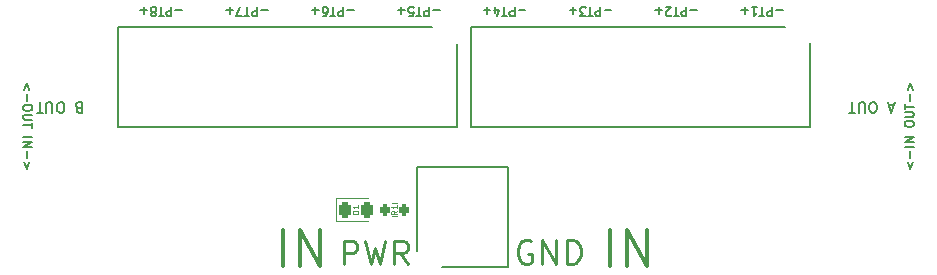
<source format=gto>
G04 #@! TF.GenerationSoftware,KiCad,Pcbnew,7.0.7*
G04 #@! TF.CreationDate,2023-09-04T23:56:59-07:00*
G04 #@! TF.ProjectId,PT Board Ground Systems V1.1,50542042-6f61-4726-9420-47726f756e64,rev?*
G04 #@! TF.SameCoordinates,Original*
G04 #@! TF.FileFunction,Legend,Top*
G04 #@! TF.FilePolarity,Positive*
%FSLAX46Y46*%
G04 Gerber Fmt 4.6, Leading zero omitted, Abs format (unit mm)*
G04 Created by KiCad (PCBNEW 7.0.7) date 2023-09-04 23:56:59*
%MOMM*%
%LPD*%
G01*
G04 APERTURE LIST*
G04 Aperture macros list*
%AMRoundRect*
0 Rectangle with rounded corners*
0 $1 Rounding radius*
0 $2 $3 $4 $5 $6 $7 $8 $9 X,Y pos of 4 corners*
0 Add a 4 corners polygon primitive as box body*
4,1,4,$2,$3,$4,$5,$6,$7,$8,$9,$2,$3,0*
0 Add four circle primitives for the rounded corners*
1,1,$1+$1,$2,$3*
1,1,$1+$1,$4,$5*
1,1,$1+$1,$6,$7*
1,1,$1+$1,$8,$9*
0 Add four rect primitives between the rounded corners*
20,1,$1+$1,$2,$3,$4,$5,0*
20,1,$1+$1,$4,$5,$6,$7,0*
20,1,$1+$1,$6,$7,$8,$9,0*
20,1,$1+$1,$8,$9,$2,$3,0*%
G04 Aperture macros list end*
%ADD10C,0.150000*%
%ADD11C,0.250000*%
%ADD12C,0.300000*%
%ADD13C,0.200000*%
%ADD14C,0.100000*%
%ADD15C,0.120000*%
%ADD16R,2.025000X2.025000*%
%ADD17C,2.025000*%
%ADD18C,3.600000*%
%ADD19C,5.600000*%
%ADD20RoundRect,0.200000X-0.200000X-0.275000X0.200000X-0.275000X0.200000X0.275000X-0.200000X0.275000X0*%
%ADD21RoundRect,0.243750X-0.243750X-0.456250X0.243750X-0.456250X0.243750X0.456250X-0.243750X0.456250X0*%
G04 APERTURE END LIST*
D10*
X53869284Y-26186550D02*
X53297856Y-26186550D01*
X52940713Y-25900835D02*
X52940713Y-26650835D01*
X52940713Y-26650835D02*
X52654999Y-26650835D01*
X52654999Y-26650835D02*
X52583570Y-26615121D01*
X52583570Y-26615121D02*
X52547856Y-26579407D01*
X52547856Y-26579407D02*
X52512142Y-26507978D01*
X52512142Y-26507978D02*
X52512142Y-26400835D01*
X52512142Y-26400835D02*
X52547856Y-26329407D01*
X52547856Y-26329407D02*
X52583570Y-26293692D01*
X52583570Y-26293692D02*
X52654999Y-26257978D01*
X52654999Y-26257978D02*
X52940713Y-26257978D01*
X52297856Y-26650835D02*
X51869285Y-26650835D01*
X52083570Y-25900835D02*
X52083570Y-26650835D01*
X51297856Y-26650835D02*
X51440713Y-26650835D01*
X51440713Y-26650835D02*
X51512141Y-26615121D01*
X51512141Y-26615121D02*
X51547856Y-26579407D01*
X51547856Y-26579407D02*
X51619284Y-26472264D01*
X51619284Y-26472264D02*
X51654998Y-26329407D01*
X51654998Y-26329407D02*
X51654998Y-26043692D01*
X51654998Y-26043692D02*
X51619284Y-25972264D01*
X51619284Y-25972264D02*
X51583570Y-25936550D01*
X51583570Y-25936550D02*
X51512141Y-25900835D01*
X51512141Y-25900835D02*
X51369284Y-25900835D01*
X51369284Y-25900835D02*
X51297856Y-25936550D01*
X51297856Y-25936550D02*
X51262141Y-25972264D01*
X51262141Y-25972264D02*
X51226427Y-26043692D01*
X51226427Y-26043692D02*
X51226427Y-26222264D01*
X51226427Y-26222264D02*
X51262141Y-26293692D01*
X51262141Y-26293692D02*
X51297856Y-26329407D01*
X51297856Y-26329407D02*
X51369284Y-26365121D01*
X51369284Y-26365121D02*
X51512141Y-26365121D01*
X51512141Y-26365121D02*
X51583570Y-26329407D01*
X51583570Y-26329407D02*
X51619284Y-26293692D01*
X51619284Y-26293692D02*
X51654998Y-26222264D01*
X50904998Y-26186550D02*
X50333570Y-26186550D01*
X50619284Y-25900835D02*
X50619284Y-26472264D01*
D11*
X53013333Y-47692238D02*
X53013333Y-45692238D01*
X53013333Y-45692238D02*
X53775238Y-45692238D01*
X53775238Y-45692238D02*
X53965714Y-45787476D01*
X53965714Y-45787476D02*
X54060952Y-45882714D01*
X54060952Y-45882714D02*
X54156190Y-46073190D01*
X54156190Y-46073190D02*
X54156190Y-46358904D01*
X54156190Y-46358904D02*
X54060952Y-46549380D01*
X54060952Y-46549380D02*
X53965714Y-46644619D01*
X53965714Y-46644619D02*
X53775238Y-46739857D01*
X53775238Y-46739857D02*
X53013333Y-46739857D01*
X54822857Y-45692238D02*
X55299047Y-47692238D01*
X55299047Y-47692238D02*
X55680000Y-46263666D01*
X55680000Y-46263666D02*
X56060952Y-47692238D01*
X56060952Y-47692238D02*
X56537143Y-45692238D01*
X58441904Y-47692238D02*
X57775237Y-46739857D01*
X57299047Y-47692238D02*
X57299047Y-45692238D01*
X57299047Y-45692238D02*
X58060952Y-45692238D01*
X58060952Y-45692238D02*
X58251428Y-45787476D01*
X58251428Y-45787476D02*
X58346666Y-45882714D01*
X58346666Y-45882714D02*
X58441904Y-46073190D01*
X58441904Y-46073190D02*
X58441904Y-46358904D01*
X58441904Y-46358904D02*
X58346666Y-46549380D01*
X58346666Y-46549380D02*
X58251428Y-46644619D01*
X58251428Y-46644619D02*
X58060952Y-46739857D01*
X58060952Y-46739857D02*
X57299047Y-46739857D01*
D12*
X75528571Y-47802257D02*
X75528571Y-44802257D01*
X76957142Y-47802257D02*
X76957142Y-44802257D01*
X76957142Y-44802257D02*
X78671428Y-47802257D01*
X78671428Y-47802257D02*
X78671428Y-44802257D01*
D10*
X100778764Y-39002113D02*
X100993050Y-39573541D01*
X100993050Y-39573541D02*
X101207335Y-39002113D01*
X100993050Y-38644970D02*
X100993050Y-38073542D01*
X101278764Y-37716399D02*
X100528764Y-37716399D01*
X101278764Y-37359256D02*
X100528764Y-37359256D01*
X100528764Y-37359256D02*
X101278764Y-36930685D01*
X101278764Y-36930685D02*
X100528764Y-36930685D01*
X100528764Y-35859256D02*
X100528764Y-35716399D01*
X100528764Y-35716399D02*
X100564478Y-35644970D01*
X100564478Y-35644970D02*
X100635907Y-35573542D01*
X100635907Y-35573542D02*
X100778764Y-35537827D01*
X100778764Y-35537827D02*
X101028764Y-35537827D01*
X101028764Y-35537827D02*
X101171621Y-35573542D01*
X101171621Y-35573542D02*
X101243050Y-35644970D01*
X101243050Y-35644970D02*
X101278764Y-35716399D01*
X101278764Y-35716399D02*
X101278764Y-35859256D01*
X101278764Y-35859256D02*
X101243050Y-35930685D01*
X101243050Y-35930685D02*
X101171621Y-36002113D01*
X101171621Y-36002113D02*
X101028764Y-36037827D01*
X101028764Y-36037827D02*
X100778764Y-36037827D01*
X100778764Y-36037827D02*
X100635907Y-36002113D01*
X100635907Y-36002113D02*
X100564478Y-35930685D01*
X100564478Y-35930685D02*
X100528764Y-35859256D01*
X100528764Y-35216399D02*
X101135907Y-35216399D01*
X101135907Y-35216399D02*
X101207335Y-35180685D01*
X101207335Y-35180685D02*
X101243050Y-35144971D01*
X101243050Y-35144971D02*
X101278764Y-35073542D01*
X101278764Y-35073542D02*
X101278764Y-34930685D01*
X101278764Y-34930685D02*
X101243050Y-34859256D01*
X101243050Y-34859256D02*
X101207335Y-34823542D01*
X101207335Y-34823542D02*
X101135907Y-34787828D01*
X101135907Y-34787828D02*
X100528764Y-34787828D01*
X100528764Y-34537828D02*
X100528764Y-34109257D01*
X101278764Y-34323542D02*
X100528764Y-34323542D01*
X100993050Y-33859256D02*
X100993050Y-33287828D01*
X100778764Y-32930685D02*
X100993050Y-32359257D01*
X100993050Y-32359257D02*
X101207335Y-32930685D01*
X46603570Y-26186550D02*
X46032142Y-26186550D01*
X45674999Y-25900835D02*
X45674999Y-26650835D01*
X45674999Y-26650835D02*
X45389285Y-26650835D01*
X45389285Y-26650835D02*
X45317856Y-26615121D01*
X45317856Y-26615121D02*
X45282142Y-26579407D01*
X45282142Y-26579407D02*
X45246428Y-26507978D01*
X45246428Y-26507978D02*
X45246428Y-26400835D01*
X45246428Y-26400835D02*
X45282142Y-26329407D01*
X45282142Y-26329407D02*
X45317856Y-26293692D01*
X45317856Y-26293692D02*
X45389285Y-26257978D01*
X45389285Y-26257978D02*
X45674999Y-26257978D01*
X45032142Y-26650835D02*
X44603571Y-26650835D01*
X44817856Y-25900835D02*
X44817856Y-26650835D01*
X44424999Y-26650835D02*
X43924999Y-26650835D01*
X43924999Y-26650835D02*
X44246427Y-25900835D01*
X43639284Y-26186550D02*
X43067856Y-26186550D01*
X43353570Y-25900835D02*
X43353570Y-26472264D01*
D11*
X68886190Y-45727476D02*
X68695714Y-45632238D01*
X68695714Y-45632238D02*
X68410000Y-45632238D01*
X68410000Y-45632238D02*
X68124285Y-45727476D01*
X68124285Y-45727476D02*
X67933809Y-45917952D01*
X67933809Y-45917952D02*
X67838571Y-46108428D01*
X67838571Y-46108428D02*
X67743333Y-46489380D01*
X67743333Y-46489380D02*
X67743333Y-46775095D01*
X67743333Y-46775095D02*
X67838571Y-47156047D01*
X67838571Y-47156047D02*
X67933809Y-47346523D01*
X67933809Y-47346523D02*
X68124285Y-47537000D01*
X68124285Y-47537000D02*
X68410000Y-47632238D01*
X68410000Y-47632238D02*
X68600476Y-47632238D01*
X68600476Y-47632238D02*
X68886190Y-47537000D01*
X68886190Y-47537000D02*
X68981428Y-47441761D01*
X68981428Y-47441761D02*
X68981428Y-46775095D01*
X68981428Y-46775095D02*
X68600476Y-46775095D01*
X69838571Y-47632238D02*
X69838571Y-45632238D01*
X69838571Y-45632238D02*
X70981428Y-47632238D01*
X70981428Y-47632238D02*
X70981428Y-45632238D01*
X71933809Y-47632238D02*
X71933809Y-45632238D01*
X71933809Y-45632238D02*
X72409999Y-45632238D01*
X72409999Y-45632238D02*
X72695714Y-45727476D01*
X72695714Y-45727476D02*
X72886190Y-45917952D01*
X72886190Y-45917952D02*
X72981428Y-46108428D01*
X72981428Y-46108428D02*
X73076666Y-46489380D01*
X73076666Y-46489380D02*
X73076666Y-46775095D01*
X73076666Y-46775095D02*
X72981428Y-47156047D01*
X72981428Y-47156047D02*
X72886190Y-47346523D01*
X72886190Y-47346523D02*
X72695714Y-47537000D01*
X72695714Y-47537000D02*
X72409999Y-47632238D01*
X72409999Y-47632238D02*
X71933809Y-47632238D01*
D10*
X90197856Y-26186550D02*
X89626428Y-26186550D01*
X89269285Y-25900835D02*
X89269285Y-26650835D01*
X89269285Y-26650835D02*
X88983571Y-26650835D01*
X88983571Y-26650835D02*
X88912142Y-26615121D01*
X88912142Y-26615121D02*
X88876428Y-26579407D01*
X88876428Y-26579407D02*
X88840714Y-26507978D01*
X88840714Y-26507978D02*
X88840714Y-26400835D01*
X88840714Y-26400835D02*
X88876428Y-26329407D01*
X88876428Y-26329407D02*
X88912142Y-26293692D01*
X88912142Y-26293692D02*
X88983571Y-26257978D01*
X88983571Y-26257978D02*
X89269285Y-26257978D01*
X88626428Y-26650835D02*
X88197857Y-26650835D01*
X88412142Y-25900835D02*
X88412142Y-26650835D01*
X87554999Y-25900835D02*
X87983570Y-25900835D01*
X87769285Y-25900835D02*
X87769285Y-26650835D01*
X87769285Y-26650835D02*
X87840713Y-26543692D01*
X87840713Y-26543692D02*
X87912142Y-26472264D01*
X87912142Y-26472264D02*
X87983570Y-26436550D01*
X87233570Y-26186550D02*
X86662142Y-26186550D01*
X86947856Y-25900835D02*
X86947856Y-26472264D01*
X39337856Y-26186550D02*
X38766428Y-26186550D01*
X38409285Y-25900835D02*
X38409285Y-26650835D01*
X38409285Y-26650835D02*
X38123571Y-26650835D01*
X38123571Y-26650835D02*
X38052142Y-26615121D01*
X38052142Y-26615121D02*
X38016428Y-26579407D01*
X38016428Y-26579407D02*
X37980714Y-26507978D01*
X37980714Y-26507978D02*
X37980714Y-26400835D01*
X37980714Y-26400835D02*
X38016428Y-26329407D01*
X38016428Y-26329407D02*
X38052142Y-26293692D01*
X38052142Y-26293692D02*
X38123571Y-26257978D01*
X38123571Y-26257978D02*
X38409285Y-26257978D01*
X37766428Y-26650835D02*
X37337857Y-26650835D01*
X37552142Y-25900835D02*
X37552142Y-26650835D01*
X36980713Y-26329407D02*
X37052142Y-26365121D01*
X37052142Y-26365121D02*
X37087856Y-26400835D01*
X37087856Y-26400835D02*
X37123570Y-26472264D01*
X37123570Y-26472264D02*
X37123570Y-26507978D01*
X37123570Y-26507978D02*
X37087856Y-26579407D01*
X37087856Y-26579407D02*
X37052142Y-26615121D01*
X37052142Y-26615121D02*
X36980713Y-26650835D01*
X36980713Y-26650835D02*
X36837856Y-26650835D01*
X36837856Y-26650835D02*
X36766428Y-26615121D01*
X36766428Y-26615121D02*
X36730713Y-26579407D01*
X36730713Y-26579407D02*
X36694999Y-26507978D01*
X36694999Y-26507978D02*
X36694999Y-26472264D01*
X36694999Y-26472264D02*
X36730713Y-26400835D01*
X36730713Y-26400835D02*
X36766428Y-26365121D01*
X36766428Y-26365121D02*
X36837856Y-26329407D01*
X36837856Y-26329407D02*
X36980713Y-26329407D01*
X36980713Y-26329407D02*
X37052142Y-26293692D01*
X37052142Y-26293692D02*
X37087856Y-26257978D01*
X37087856Y-26257978D02*
X37123570Y-26186550D01*
X37123570Y-26186550D02*
X37123570Y-26043692D01*
X37123570Y-26043692D02*
X37087856Y-25972264D01*
X37087856Y-25972264D02*
X37052142Y-25936550D01*
X37052142Y-25936550D02*
X36980713Y-25900835D01*
X36980713Y-25900835D02*
X36837856Y-25900835D01*
X36837856Y-25900835D02*
X36766428Y-25936550D01*
X36766428Y-25936550D02*
X36730713Y-25972264D01*
X36730713Y-25972264D02*
X36694999Y-26043692D01*
X36694999Y-26043692D02*
X36694999Y-26186550D01*
X36694999Y-26186550D02*
X36730713Y-26257978D01*
X36730713Y-26257978D02*
X36766428Y-26293692D01*
X36766428Y-26293692D02*
X36837856Y-26329407D01*
X36373570Y-26186550D02*
X35802142Y-26186550D01*
X36087856Y-25900835D02*
X36087856Y-26472264D01*
X75666426Y-26186550D02*
X75094998Y-26186550D01*
X74737855Y-25900835D02*
X74737855Y-26650835D01*
X74737855Y-26650835D02*
X74452141Y-26650835D01*
X74452141Y-26650835D02*
X74380712Y-26615121D01*
X74380712Y-26615121D02*
X74344998Y-26579407D01*
X74344998Y-26579407D02*
X74309284Y-26507978D01*
X74309284Y-26507978D02*
X74309284Y-26400835D01*
X74309284Y-26400835D02*
X74344998Y-26329407D01*
X74344998Y-26329407D02*
X74380712Y-26293692D01*
X74380712Y-26293692D02*
X74452141Y-26257978D01*
X74452141Y-26257978D02*
X74737855Y-26257978D01*
X74094998Y-26650835D02*
X73666427Y-26650835D01*
X73880712Y-25900835D02*
X73880712Y-26650835D01*
X73487855Y-26650835D02*
X73023569Y-26650835D01*
X73023569Y-26650835D02*
X73273569Y-26365121D01*
X73273569Y-26365121D02*
X73166426Y-26365121D01*
X73166426Y-26365121D02*
X73094998Y-26329407D01*
X73094998Y-26329407D02*
X73059283Y-26293692D01*
X73059283Y-26293692D02*
X73023569Y-26222264D01*
X73023569Y-26222264D02*
X73023569Y-26043692D01*
X73023569Y-26043692D02*
X73059283Y-25972264D01*
X73059283Y-25972264D02*
X73094998Y-25936550D01*
X73094998Y-25936550D02*
X73166426Y-25900835D01*
X73166426Y-25900835D02*
X73380712Y-25900835D01*
X73380712Y-25900835D02*
X73452140Y-25936550D01*
X73452140Y-25936550D02*
X73487855Y-25972264D01*
X72702140Y-26186550D02*
X72130712Y-26186550D01*
X72416426Y-25900835D02*
X72416426Y-26472264D01*
X82932140Y-26186550D02*
X82360712Y-26186550D01*
X82003569Y-25900835D02*
X82003569Y-26650835D01*
X82003569Y-26650835D02*
X81717855Y-26650835D01*
X81717855Y-26650835D02*
X81646426Y-26615121D01*
X81646426Y-26615121D02*
X81610712Y-26579407D01*
X81610712Y-26579407D02*
X81574998Y-26507978D01*
X81574998Y-26507978D02*
X81574998Y-26400835D01*
X81574998Y-26400835D02*
X81610712Y-26329407D01*
X81610712Y-26329407D02*
X81646426Y-26293692D01*
X81646426Y-26293692D02*
X81717855Y-26257978D01*
X81717855Y-26257978D02*
X82003569Y-26257978D01*
X81360712Y-26650835D02*
X80932141Y-26650835D01*
X81146426Y-25900835D02*
X81146426Y-26650835D01*
X80717854Y-26579407D02*
X80682140Y-26615121D01*
X80682140Y-26615121D02*
X80610712Y-26650835D01*
X80610712Y-26650835D02*
X80432140Y-26650835D01*
X80432140Y-26650835D02*
X80360712Y-26615121D01*
X80360712Y-26615121D02*
X80324997Y-26579407D01*
X80324997Y-26579407D02*
X80289283Y-26507978D01*
X80289283Y-26507978D02*
X80289283Y-26436550D01*
X80289283Y-26436550D02*
X80324997Y-26329407D01*
X80324997Y-26329407D02*
X80753569Y-25900835D01*
X80753569Y-25900835D02*
X80289283Y-25900835D01*
X79967854Y-26186550D02*
X79396426Y-26186550D01*
X79682140Y-25900835D02*
X79682140Y-26472264D01*
X26373635Y-32930687D02*
X26159350Y-32359258D01*
X26159350Y-32359258D02*
X25945064Y-32930687D01*
X26159350Y-33287829D02*
X26159350Y-33859258D01*
X26623635Y-34359257D02*
X26623635Y-34502114D01*
X26623635Y-34502114D02*
X26587921Y-34573543D01*
X26587921Y-34573543D02*
X26516492Y-34644971D01*
X26516492Y-34644971D02*
X26373635Y-34680686D01*
X26373635Y-34680686D02*
X26123635Y-34680686D01*
X26123635Y-34680686D02*
X25980778Y-34644971D01*
X25980778Y-34644971D02*
X25909350Y-34573543D01*
X25909350Y-34573543D02*
X25873635Y-34502114D01*
X25873635Y-34502114D02*
X25873635Y-34359257D01*
X25873635Y-34359257D02*
X25909350Y-34287829D01*
X25909350Y-34287829D02*
X25980778Y-34216400D01*
X25980778Y-34216400D02*
X26123635Y-34180686D01*
X26123635Y-34180686D02*
X26373635Y-34180686D01*
X26373635Y-34180686D02*
X26516492Y-34216400D01*
X26516492Y-34216400D02*
X26587921Y-34287829D01*
X26587921Y-34287829D02*
X26623635Y-34359257D01*
X26623635Y-35002114D02*
X26016492Y-35002114D01*
X26016492Y-35002114D02*
X25945064Y-35037828D01*
X25945064Y-35037828D02*
X25909350Y-35073543D01*
X25909350Y-35073543D02*
X25873635Y-35144971D01*
X25873635Y-35144971D02*
X25873635Y-35287828D01*
X25873635Y-35287828D02*
X25909350Y-35359257D01*
X25909350Y-35359257D02*
X25945064Y-35394971D01*
X25945064Y-35394971D02*
X26016492Y-35430685D01*
X26016492Y-35430685D02*
X26623635Y-35430685D01*
X26623635Y-35680685D02*
X26623635Y-36109257D01*
X25873635Y-35894971D02*
X26623635Y-35894971D01*
X25873635Y-36930686D02*
X26623635Y-36930686D01*
X25873635Y-37287829D02*
X26623635Y-37287829D01*
X26623635Y-37287829D02*
X25873635Y-37716400D01*
X25873635Y-37716400D02*
X26623635Y-37716400D01*
X26159350Y-38073543D02*
X26159350Y-38644972D01*
X26373635Y-39002114D02*
X26159350Y-39573543D01*
X26159350Y-39573543D02*
X25945064Y-39002114D01*
D13*
X30577085Y-34411871D02*
X30448513Y-34369014D01*
X30448513Y-34369014D02*
X30405656Y-34326157D01*
X30405656Y-34326157D02*
X30362799Y-34240442D01*
X30362799Y-34240442D02*
X30362799Y-34111871D01*
X30362799Y-34111871D02*
X30405656Y-34026157D01*
X30405656Y-34026157D02*
X30448513Y-33983300D01*
X30448513Y-33983300D02*
X30534228Y-33940442D01*
X30534228Y-33940442D02*
X30877085Y-33940442D01*
X30877085Y-33940442D02*
X30877085Y-34840442D01*
X30877085Y-34840442D02*
X30577085Y-34840442D01*
X30577085Y-34840442D02*
X30491371Y-34797585D01*
X30491371Y-34797585D02*
X30448513Y-34754728D01*
X30448513Y-34754728D02*
X30405656Y-34669014D01*
X30405656Y-34669014D02*
X30405656Y-34583300D01*
X30405656Y-34583300D02*
X30448513Y-34497585D01*
X30448513Y-34497585D02*
X30491371Y-34454728D01*
X30491371Y-34454728D02*
X30577085Y-34411871D01*
X30577085Y-34411871D02*
X30877085Y-34411871D01*
X29119942Y-34840442D02*
X28948514Y-34840442D01*
X28948514Y-34840442D02*
X28862799Y-34797585D01*
X28862799Y-34797585D02*
X28777085Y-34711871D01*
X28777085Y-34711871D02*
X28734228Y-34540442D01*
X28734228Y-34540442D02*
X28734228Y-34240442D01*
X28734228Y-34240442D02*
X28777085Y-34069014D01*
X28777085Y-34069014D02*
X28862799Y-33983300D01*
X28862799Y-33983300D02*
X28948514Y-33940442D01*
X28948514Y-33940442D02*
X29119942Y-33940442D01*
X29119942Y-33940442D02*
X29205657Y-33983300D01*
X29205657Y-33983300D02*
X29291371Y-34069014D01*
X29291371Y-34069014D02*
X29334228Y-34240442D01*
X29334228Y-34240442D02*
X29334228Y-34540442D01*
X29334228Y-34540442D02*
X29291371Y-34711871D01*
X29291371Y-34711871D02*
X29205657Y-34797585D01*
X29205657Y-34797585D02*
X29119942Y-34840442D01*
X28348514Y-34840442D02*
X28348514Y-34111871D01*
X28348514Y-34111871D02*
X28305657Y-34026157D01*
X28305657Y-34026157D02*
X28262800Y-33983300D01*
X28262800Y-33983300D02*
X28177085Y-33940442D01*
X28177085Y-33940442D02*
X28005657Y-33940442D01*
X28005657Y-33940442D02*
X27919942Y-33983300D01*
X27919942Y-33983300D02*
X27877085Y-34026157D01*
X27877085Y-34026157D02*
X27834228Y-34111871D01*
X27834228Y-34111871D02*
X27834228Y-34840442D01*
X27534228Y-34840442D02*
X27019943Y-34840442D01*
X27277085Y-33940442D02*
X27277085Y-34840442D01*
D10*
X61134998Y-26186550D02*
X60563570Y-26186550D01*
X60206427Y-25900835D02*
X60206427Y-26650835D01*
X60206427Y-26650835D02*
X59920713Y-26650835D01*
X59920713Y-26650835D02*
X59849284Y-26615121D01*
X59849284Y-26615121D02*
X59813570Y-26579407D01*
X59813570Y-26579407D02*
X59777856Y-26507978D01*
X59777856Y-26507978D02*
X59777856Y-26400835D01*
X59777856Y-26400835D02*
X59813570Y-26329407D01*
X59813570Y-26329407D02*
X59849284Y-26293692D01*
X59849284Y-26293692D02*
X59920713Y-26257978D01*
X59920713Y-26257978D02*
X60206427Y-26257978D01*
X59563570Y-26650835D02*
X59134999Y-26650835D01*
X59349284Y-25900835D02*
X59349284Y-26650835D01*
X58527855Y-26650835D02*
X58884998Y-26650835D01*
X58884998Y-26650835D02*
X58920712Y-26293692D01*
X58920712Y-26293692D02*
X58884998Y-26329407D01*
X58884998Y-26329407D02*
X58813570Y-26365121D01*
X58813570Y-26365121D02*
X58634998Y-26365121D01*
X58634998Y-26365121D02*
X58563570Y-26329407D01*
X58563570Y-26329407D02*
X58527855Y-26293692D01*
X58527855Y-26293692D02*
X58492141Y-26222264D01*
X58492141Y-26222264D02*
X58492141Y-26043692D01*
X58492141Y-26043692D02*
X58527855Y-25972264D01*
X58527855Y-25972264D02*
X58563570Y-25936550D01*
X58563570Y-25936550D02*
X58634998Y-25900835D01*
X58634998Y-25900835D02*
X58813570Y-25900835D01*
X58813570Y-25900835D02*
X58884998Y-25936550D01*
X58884998Y-25936550D02*
X58920712Y-25972264D01*
X58170712Y-26186550D02*
X57599284Y-26186550D01*
X57884998Y-25900835D02*
X57884998Y-26472264D01*
X68400712Y-26186550D02*
X67829284Y-26186550D01*
X67472141Y-25900835D02*
X67472141Y-26650835D01*
X67472141Y-26650835D02*
X67186427Y-26650835D01*
X67186427Y-26650835D02*
X67114998Y-26615121D01*
X67114998Y-26615121D02*
X67079284Y-26579407D01*
X67079284Y-26579407D02*
X67043570Y-26507978D01*
X67043570Y-26507978D02*
X67043570Y-26400835D01*
X67043570Y-26400835D02*
X67079284Y-26329407D01*
X67079284Y-26329407D02*
X67114998Y-26293692D01*
X67114998Y-26293692D02*
X67186427Y-26257978D01*
X67186427Y-26257978D02*
X67472141Y-26257978D01*
X66829284Y-26650835D02*
X66400713Y-26650835D01*
X66614998Y-25900835D02*
X66614998Y-26650835D01*
X65829284Y-26400835D02*
X65829284Y-25900835D01*
X66007855Y-26686550D02*
X66186426Y-26150835D01*
X66186426Y-26150835D02*
X65722141Y-26150835D01*
X65436426Y-26186550D02*
X64864998Y-26186550D01*
X65150712Y-25900835D02*
X65150712Y-26472264D01*
D12*
X47848571Y-47802257D02*
X47848571Y-44802257D01*
X49277142Y-47802257D02*
X49277142Y-44802257D01*
X49277142Y-44802257D02*
X50991428Y-47802257D01*
X50991428Y-47802257D02*
X50991428Y-44802257D01*
D13*
X99582056Y-34217385D02*
X99153485Y-34217385D01*
X99667770Y-33960242D02*
X99367770Y-34860242D01*
X99367770Y-34860242D02*
X99067770Y-33960242D01*
X97910627Y-34860242D02*
X97739199Y-34860242D01*
X97739199Y-34860242D02*
X97653484Y-34817385D01*
X97653484Y-34817385D02*
X97567770Y-34731671D01*
X97567770Y-34731671D02*
X97524913Y-34560242D01*
X97524913Y-34560242D02*
X97524913Y-34260242D01*
X97524913Y-34260242D02*
X97567770Y-34088814D01*
X97567770Y-34088814D02*
X97653484Y-34003100D01*
X97653484Y-34003100D02*
X97739199Y-33960242D01*
X97739199Y-33960242D02*
X97910627Y-33960242D01*
X97910627Y-33960242D02*
X97996342Y-34003100D01*
X97996342Y-34003100D02*
X98082056Y-34088814D01*
X98082056Y-34088814D02*
X98124913Y-34260242D01*
X98124913Y-34260242D02*
X98124913Y-34560242D01*
X98124913Y-34560242D02*
X98082056Y-34731671D01*
X98082056Y-34731671D02*
X97996342Y-34817385D01*
X97996342Y-34817385D02*
X97910627Y-34860242D01*
X97139199Y-34860242D02*
X97139199Y-34131671D01*
X97139199Y-34131671D02*
X97096342Y-34045957D01*
X97096342Y-34045957D02*
X97053485Y-34003100D01*
X97053485Y-34003100D02*
X96967770Y-33960242D01*
X96967770Y-33960242D02*
X96796342Y-33960242D01*
X96796342Y-33960242D02*
X96710627Y-34003100D01*
X96710627Y-34003100D02*
X96667770Y-34045957D01*
X96667770Y-34045957D02*
X96624913Y-34131671D01*
X96624913Y-34131671D02*
X96624913Y-34860242D01*
X96324913Y-34860242D02*
X95810628Y-34860242D01*
X96067770Y-33960242D02*
X96067770Y-34860242D01*
D14*
X57532709Y-43133333D02*
X57294614Y-43299999D01*
X57532709Y-43419047D02*
X57032709Y-43419047D01*
X57032709Y-43419047D02*
X57032709Y-43228571D01*
X57032709Y-43228571D02*
X57056519Y-43180952D01*
X57056519Y-43180952D02*
X57080328Y-43157142D01*
X57080328Y-43157142D02*
X57127947Y-43133333D01*
X57127947Y-43133333D02*
X57199376Y-43133333D01*
X57199376Y-43133333D02*
X57246995Y-43157142D01*
X57246995Y-43157142D02*
X57270804Y-43180952D01*
X57270804Y-43180952D02*
X57294614Y-43228571D01*
X57294614Y-43228571D02*
X57294614Y-43419047D01*
X57532709Y-42657142D02*
X57532709Y-42942856D01*
X57532709Y-42799999D02*
X57032709Y-42799999D01*
X57032709Y-42799999D02*
X57104138Y-42847618D01*
X57104138Y-42847618D02*
X57151757Y-42895237D01*
X57151757Y-42895237D02*
X57175566Y-42942856D01*
X54256109Y-43419047D02*
X53756109Y-43419047D01*
X53756109Y-43419047D02*
X53756109Y-43299999D01*
X53756109Y-43299999D02*
X53779919Y-43228571D01*
X53779919Y-43228571D02*
X53827538Y-43180952D01*
X53827538Y-43180952D02*
X53875157Y-43157142D01*
X53875157Y-43157142D02*
X53970395Y-43133333D01*
X53970395Y-43133333D02*
X54041823Y-43133333D01*
X54041823Y-43133333D02*
X54137061Y-43157142D01*
X54137061Y-43157142D02*
X54184680Y-43180952D01*
X54184680Y-43180952D02*
X54232300Y-43228571D01*
X54232300Y-43228571D02*
X54256109Y-43299999D01*
X54256109Y-43299999D02*
X54256109Y-43419047D01*
X54256109Y-42657142D02*
X54256109Y-42942856D01*
X54256109Y-42799999D02*
X53756109Y-42799999D01*
X53756109Y-42799999D02*
X53827538Y-42847618D01*
X53827538Y-42847618D02*
X53875157Y-42895237D01*
X53875157Y-42895237D02*
X53898966Y-42942856D01*
D13*
X62590000Y-36090000D02*
X62590000Y-28990000D01*
X60490000Y-27590000D02*
X33890000Y-27590000D01*
X33890000Y-36090000D02*
X62590000Y-36090000D01*
X33890000Y-27590000D02*
X33890000Y-36090000D01*
X92480000Y-36080000D02*
X92480000Y-28980000D01*
X90380000Y-27580000D02*
X63780000Y-27580000D01*
X63780000Y-36080000D02*
X92480000Y-36080000D01*
X63780000Y-27580000D02*
X63780000Y-36080000D01*
X59240000Y-39430000D02*
X59240000Y-46530000D01*
X61340000Y-47930000D02*
X66940000Y-47930000D01*
X66940000Y-39430000D02*
X59240000Y-39430000D01*
X66940000Y-47930000D02*
X66940000Y-39430000D01*
D15*
X57062942Y-42527500D02*
X57537458Y-42527500D01*
X57062942Y-43572500D02*
X57537458Y-43572500D01*
X52345000Y-42090000D02*
X52345000Y-44010000D01*
X52345000Y-44010000D02*
X55030000Y-44010000D01*
X55030000Y-42090000D02*
X52345000Y-42090000D01*
%LPC*%
D16*
X60490000Y-28990000D03*
D17*
X60490000Y-34490000D03*
X56990000Y-28990000D03*
X56990000Y-34490000D03*
X53490000Y-28990000D03*
X53490000Y-34490000D03*
X49990000Y-28990000D03*
X49990000Y-34490000D03*
X46490000Y-28990000D03*
X46490000Y-34490000D03*
X42990000Y-28990000D03*
X42990000Y-34490000D03*
X39490000Y-28990000D03*
X39490000Y-34490000D03*
X35990000Y-28990000D03*
X35990000Y-34490000D03*
D18*
X97790000Y-30480000D03*
D19*
X97790000Y-30480000D03*
D16*
X90380000Y-28980000D03*
D17*
X90380000Y-34480000D03*
X86880000Y-28980000D03*
X86880000Y-34480000D03*
X83380000Y-28980000D03*
X83380000Y-34480000D03*
X79880000Y-28980000D03*
X79880000Y-34480000D03*
X76380000Y-28980000D03*
X76380000Y-34480000D03*
X72880000Y-28980000D03*
X72880000Y-34480000D03*
X69380000Y-28980000D03*
X69380000Y-34480000D03*
X65880000Y-28980000D03*
X65880000Y-34480000D03*
D18*
X29210000Y-30480000D03*
D19*
X29210000Y-30480000D03*
D16*
X61340000Y-46530000D03*
D17*
X61340000Y-41030000D03*
X64840000Y-46530000D03*
X64840000Y-41030000D03*
D20*
X56475200Y-43050000D03*
X58125200Y-43050000D03*
D18*
X29210000Y-43180000D03*
D19*
X29210000Y-43180000D03*
D21*
X53092500Y-43050000D03*
X54967500Y-43050000D03*
D18*
X97790000Y-43180000D03*
D19*
X97790000Y-43180000D03*
%LPD*%
M02*

</source>
